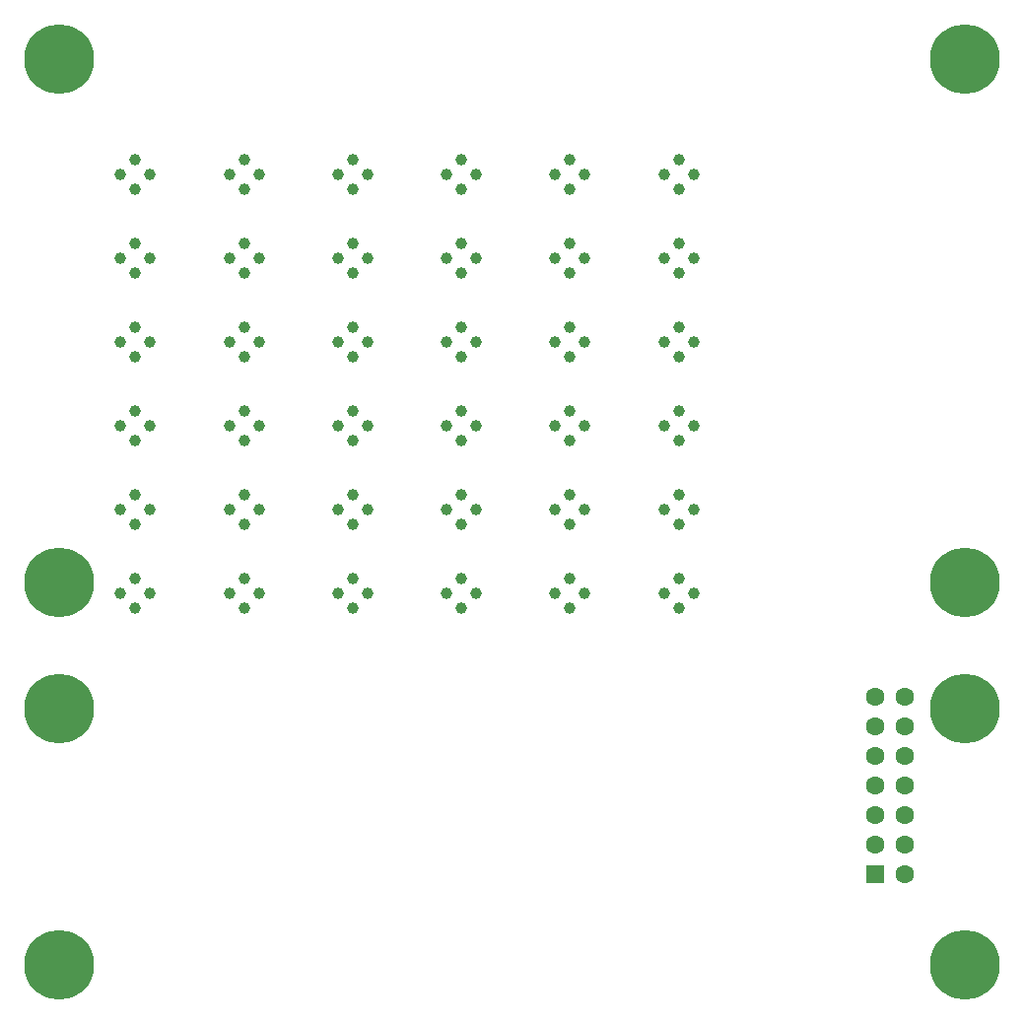
<source format=gbr>
G04*
G04 #@! TF.GenerationSoftware,Altium Limited,Altium Designer,24.1.2 (44)*
G04*
G04 Layer_Color=255*
%FSLAX44Y44*%
%MOMM*%
G71*
G04*
G04 #@! TF.SameCoordinates,14EC1D3F-8ED5-41FF-9881-AC4D2EF9915D*
G04*
G04*
G04 #@! TF.FilePolarity,Positive*
G04*
G01*
G75*
%ADD45C,6.0000*%
%ADD46C,1.2000*%
%ADD47C,1.0000*%
%ADD48C,1.6000*%
%ADD49R,1.6000X1.6000*%
D45*
X36000Y36000D02*
D03*
X814000D02*
D03*
Y256000D02*
D03*
Y364000D02*
D03*
Y814000D02*
D03*
X36000D02*
D03*
Y364000D02*
D03*
Y256000D02*
D03*
D46*
Y58860D02*
D03*
X13140Y36000D02*
D03*
X36000Y13140D02*
D03*
X58860Y36000D02*
D03*
X52165Y52165D02*
D03*
X19835D02*
D03*
Y19835D02*
D03*
X52165D02*
D03*
X830164D02*
D03*
X797835D02*
D03*
Y52165D02*
D03*
X830164D02*
D03*
X836860Y36000D02*
D03*
X814000Y13140D02*
D03*
X791140Y36000D02*
D03*
X814000Y58860D02*
D03*
Y278860D02*
D03*
X791140Y256000D02*
D03*
X814000Y233140D02*
D03*
X836860Y256000D02*
D03*
X830164Y272164D02*
D03*
X797835D02*
D03*
Y239835D02*
D03*
X830164D02*
D03*
Y347836D02*
D03*
X797835D02*
D03*
Y380164D02*
D03*
X830164D02*
D03*
X836860Y364000D02*
D03*
X814000Y341140D02*
D03*
X791140Y364000D02*
D03*
X814000Y386860D02*
D03*
Y836860D02*
D03*
X791140Y814000D02*
D03*
X814000Y791140D02*
D03*
X836860Y814000D02*
D03*
X830164Y830164D02*
D03*
X797835D02*
D03*
Y797835D02*
D03*
X830164D02*
D03*
X52165D02*
D03*
X19835D02*
D03*
Y830164D02*
D03*
X52165D02*
D03*
X58860Y814000D02*
D03*
X36000Y791140D02*
D03*
X13140Y814000D02*
D03*
X36000Y836860D02*
D03*
Y386860D02*
D03*
X13140Y364000D02*
D03*
X36000Y341140D02*
D03*
X58860Y364000D02*
D03*
X52165Y380164D02*
D03*
X19835D02*
D03*
Y347836D02*
D03*
X52165D02*
D03*
Y239835D02*
D03*
X19835D02*
D03*
Y272164D02*
D03*
X52165D02*
D03*
X58860Y256000D02*
D03*
X36000Y233140D02*
D03*
X13140Y256000D02*
D03*
X36000Y278860D02*
D03*
D47*
X555400Y427000D02*
D03*
X568100Y439700D02*
D03*
Y414300D02*
D03*
X580800Y427000D02*
D03*
X555400Y355000D02*
D03*
X568100Y367700D02*
D03*
Y342300D02*
D03*
X580800Y355000D02*
D03*
X462060D02*
D03*
X474760Y367700D02*
D03*
Y342300D02*
D03*
X487460Y355000D02*
D03*
X368720Y427000D02*
D03*
X381420Y439700D02*
D03*
Y414300D02*
D03*
X394120Y427000D02*
D03*
X462060D02*
D03*
X474760Y439700D02*
D03*
Y414300D02*
D03*
X487460Y427000D02*
D03*
X368720Y355000D02*
D03*
X381420Y367700D02*
D03*
Y342300D02*
D03*
X394120Y355000D02*
D03*
X275380D02*
D03*
X288080Y367700D02*
D03*
Y342300D02*
D03*
X300780Y355000D02*
D03*
X275380Y427000D02*
D03*
X288080Y439700D02*
D03*
Y414300D02*
D03*
X300780Y427000D02*
D03*
X275380Y499000D02*
D03*
X288080Y511700D02*
D03*
Y486300D02*
D03*
X300780Y499000D02*
D03*
X368720D02*
D03*
X381420Y511700D02*
D03*
Y486300D02*
D03*
X394120Y499000D02*
D03*
X462060D02*
D03*
X474760Y511700D02*
D03*
Y486300D02*
D03*
X487460Y499000D02*
D03*
X555400D02*
D03*
X568100Y511700D02*
D03*
Y486300D02*
D03*
X580800Y499000D02*
D03*
X555400Y571000D02*
D03*
X568100Y583700D02*
D03*
Y558300D02*
D03*
X580800Y571000D02*
D03*
X462060D02*
D03*
X474760Y583700D02*
D03*
Y558300D02*
D03*
X487460Y571000D02*
D03*
X368720D02*
D03*
X381420Y583700D02*
D03*
Y558300D02*
D03*
X394120Y571000D02*
D03*
X275380D02*
D03*
X288080Y583700D02*
D03*
Y558300D02*
D03*
X300780Y571000D02*
D03*
X182040D02*
D03*
X194740Y583700D02*
D03*
Y558300D02*
D03*
X207440Y571000D02*
D03*
X182040Y499000D02*
D03*
X194740Y511700D02*
D03*
Y486300D02*
D03*
X207440Y499000D02*
D03*
X182040Y427000D02*
D03*
X194740Y439700D02*
D03*
Y414300D02*
D03*
X207440Y427000D02*
D03*
X182040Y355000D02*
D03*
X194740Y367700D02*
D03*
Y342300D02*
D03*
X207440Y355000D02*
D03*
X88700D02*
D03*
X101400Y367700D02*
D03*
Y342300D02*
D03*
X114100Y355000D02*
D03*
X88700Y427000D02*
D03*
X101400Y439700D02*
D03*
Y414300D02*
D03*
X114100Y427000D02*
D03*
X88700Y499000D02*
D03*
X101400Y511700D02*
D03*
Y486300D02*
D03*
X114100Y499000D02*
D03*
X88700Y571000D02*
D03*
X101400Y583700D02*
D03*
Y558300D02*
D03*
X114100Y571000D02*
D03*
X182040Y643000D02*
D03*
X194740Y655700D02*
D03*
Y630300D02*
D03*
X207440Y643000D02*
D03*
X275380D02*
D03*
X288080Y655700D02*
D03*
Y630300D02*
D03*
X300780Y643000D02*
D03*
X368720D02*
D03*
X381420Y655700D02*
D03*
Y630300D02*
D03*
X394120Y643000D02*
D03*
X462060D02*
D03*
X474760Y655700D02*
D03*
Y630300D02*
D03*
X487460Y643000D02*
D03*
X580800D02*
D03*
X568100Y630300D02*
D03*
Y655700D02*
D03*
X555400Y643000D02*
D03*
Y715000D02*
D03*
X568100Y727700D02*
D03*
Y702300D02*
D03*
X580800Y715000D02*
D03*
X462060D02*
D03*
X474760Y727700D02*
D03*
Y702300D02*
D03*
X487460Y715000D02*
D03*
X368720D02*
D03*
X381420Y727700D02*
D03*
Y702300D02*
D03*
X394120Y715000D02*
D03*
X275380D02*
D03*
X288080Y727700D02*
D03*
Y702300D02*
D03*
X300780Y715000D02*
D03*
X182040D02*
D03*
X194740Y727700D02*
D03*
Y702300D02*
D03*
X207440Y715000D02*
D03*
X88700D02*
D03*
X101400Y727700D02*
D03*
Y702300D02*
D03*
X114100Y715000D02*
D03*
X88700Y643000D02*
D03*
X101400Y655700D02*
D03*
Y630300D02*
D03*
X114100Y643000D02*
D03*
D48*
X762700Y113800D02*
D03*
Y139200D02*
D03*
Y164600D02*
D03*
Y190000D02*
D03*
Y215400D02*
D03*
Y240800D02*
D03*
Y266200D02*
D03*
X737300Y139200D02*
D03*
Y164600D02*
D03*
Y190000D02*
D03*
Y215400D02*
D03*
Y240800D02*
D03*
Y266200D02*
D03*
D49*
Y113800D02*
D03*
M02*

</source>
